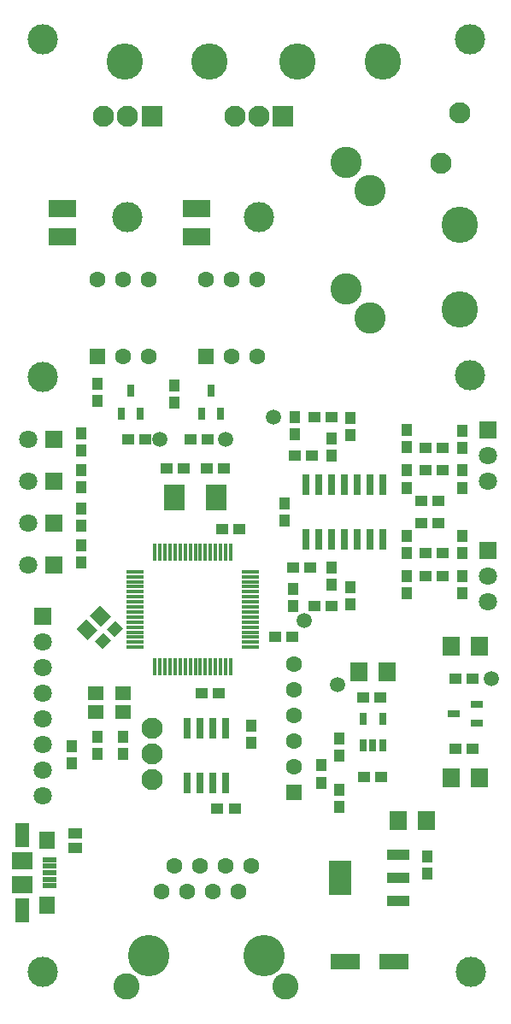
<source format=gts>
G04 DipTrace 2.4.0.2*
%INTemperatureController.GTS*%
%MOIN*%
%ADD17C,0.0591*%
%ADD59C,0.1181*%
%ADD60C,0.0433*%
%ADD65C,0.063*%
%ADD69R,0.0787X0.0984*%
%ADD71C,0.0827*%
%ADD73R,0.0669X0.0157*%
%ADD75R,0.0157X0.0669*%
%ADD77R,0.0276X0.0827*%
%ADD79R,0.0276X0.0472*%
%ADD81R,0.0453X0.0295*%
%ADD83R,0.0886X0.1319*%
%ADD85R,0.0886X0.0413*%
%ADD87C,0.063*%
%ADD89R,0.063X0.063*%
%ADD91R,0.1102X0.0669*%
%ADD93R,0.0295X0.0453*%
%ADD95R,0.0787X0.0709*%
%ADD97R,0.0551X0.0945*%
%ADD99R,0.0591X0.0669*%
%ADD101R,0.0571X0.0197*%
%ADD103R,0.0571X0.0433*%
%ADD105C,0.1024*%
%ADD107C,0.1614*%
%ADD110C,0.0709*%
%ADD111R,0.0709X0.0709*%
%ADD112C,0.1417*%
%ADD114C,0.122*%
%ADD116R,0.063X0.0551*%
%ADD118C,0.0827*%
%ADD120R,0.0827X0.0827*%
%ADD122R,0.0433X0.0472*%
%ADD124R,0.1161X0.0591*%
%ADD126R,0.0472X0.0433*%
%ADD128R,0.0669X0.0748*%
%FSLAX44Y44*%
G04*
G70*
G90*
G75*
G01*
%LNTopMask*%
%LPD*%
D128*
X22474Y12990D3*
X21372D3*
D126*
X22224Y14115D3*
X21555D3*
D124*
X19149Y5843D3*
X17258D3*
D122*
X14887Y23687D3*
Y23018D3*
D128*
X20399Y11343D3*
X19297D3*
D122*
X20449Y9937D3*
Y9268D3*
D128*
X22474Y18115D3*
X21372D3*
D126*
X22224Y16865D3*
X21555D3*
X18635Y13019D3*
X17966D3*
X17951Y16126D3*
X18620D3*
D128*
X17763Y17126D3*
X18865D3*
D126*
X12325Y16313D3*
X11656D3*
X14512Y18500D3*
X15181D3*
X10264Y25062D3*
X10933D3*
X12514D3*
X11844D3*
G36*
X8248Y18492D2*
X7941Y18798D1*
X8276Y19132D1*
X8582Y18826D1*
X8248Y18492D1*
G37*
G36*
X7774Y18019D2*
X7468Y18325D1*
X7802Y18659D1*
X8109Y18353D1*
X7774Y18019D1*
G37*
G36*
X7727Y18894D2*
X7282Y19340D1*
X7671Y19730D1*
X8117Y19284D1*
X7727Y18894D1*
G37*
G36*
X7198Y18365D2*
X6753Y18811D1*
X7142Y19201D1*
X7588Y18755D1*
X7198Y18365D1*
G37*
D122*
X16699Y25562D3*
Y26231D3*
D126*
X12449Y22687D3*
X13118D3*
D122*
X15262Y27062D3*
Y26393D3*
X16699Y21187D3*
Y20518D3*
X15199Y19687D3*
Y20356D3*
X17012Y13875D3*
Y14544D3*
X13572Y14375D3*
Y15044D3*
D120*
X14824Y38812D3*
D118*
X13883D3*
X12942D3*
D59*
X13883Y34875D3*
D120*
X9699Y38812D3*
D118*
X8758D3*
X7817D3*
D59*
X8758Y34874D3*
D116*
X7512Y15562D3*
Y16310D3*
X8574Y15562D3*
Y16310D3*
D114*
X17262Y37000D3*
X18207Y35881D3*
X17262Y32062D3*
X18207Y30944D3*
D59*
X22107Y41811D3*
X5445D3*
X22138Y5433D3*
X5445D3*
X22107Y28687D3*
X5445Y28625D3*
D112*
X18699Y40937D3*
X15392D3*
X21699Y31250D3*
Y34557D3*
X11949Y40937D3*
X8642D3*
D111*
X22824Y26562D3*
D110*
Y25562D3*
Y24562D3*
D111*
X5447Y19312D3*
D110*
Y18312D3*
Y17312D3*
Y16312D3*
Y15312D3*
Y14312D3*
Y13312D3*
Y12312D3*
D111*
X22824Y21874D3*
D110*
Y20874D3*
Y19874D3*
D111*
X5885Y26187D3*
D110*
X4885D3*
D65*
X10074Y8562D3*
X11074D3*
X12074D3*
X13074D3*
X10574Y9562D3*
X11574D3*
X12574D3*
X13574D3*
D107*
X9572Y6062D3*
X14072D3*
D105*
X8722Y4861D3*
X14923D3*
D111*
X5887Y24562D3*
D110*
X4887D3*
D111*
X5887Y22937D3*
D110*
X4887D3*
D111*
X5887Y21312D3*
D110*
X4887D3*
D103*
X6699Y10250D3*
Y10841D3*
D101*
X5699Y9812D3*
Y9556D3*
Y9300D3*
Y9044D3*
Y8788D3*
D99*
X5611Y10560D3*
Y8040D3*
D97*
X4646Y10777D3*
Y7824D3*
D95*
Y9773D3*
Y8828D3*
D93*
X11637Y27187D3*
X12385D3*
X12011Y28093D3*
X8512Y27187D3*
X9260D3*
X8886Y28093D3*
D91*
X11449Y35187D3*
Y34085D3*
D122*
X10574Y28312D3*
Y27643D3*
D118*
X21699Y38937D3*
X20990Y36969D3*
D126*
X11199Y26187D3*
X11868D3*
D91*
X6199Y35187D3*
Y34085D3*
D122*
X7574Y28375D3*
Y27705D3*
D126*
X8762Y26187D3*
X9431D3*
X16699Y27062D3*
X16030D3*
D122*
X19637Y26562D3*
Y25893D3*
X21824Y25875D3*
Y26544D3*
D126*
X20387Y25875D3*
X21056D3*
X20887Y23812D3*
X20217D3*
X20387Y25000D3*
X21056D3*
D122*
X7574Y13937D3*
Y14606D3*
D126*
X15262Y25562D3*
X15931D3*
D122*
X17449Y26374D3*
Y27044D3*
X21824Y24312D3*
Y24981D3*
X19637Y24312D3*
Y24981D3*
X8574Y13937D3*
Y14606D3*
D126*
X16699Y19687D3*
X16030D3*
D122*
X19637Y20187D3*
Y20856D3*
X21824Y20875D3*
Y20205D3*
X16324Y12812D3*
Y13481D3*
X6574Y13563D3*
Y14232D3*
D126*
X20387Y20875D3*
X21056D3*
D122*
X17012Y11875D3*
Y12544D3*
D126*
X20887Y22937D3*
X20217D3*
X20387Y21749D3*
X21056D3*
X15199Y21187D3*
X15868D3*
D122*
X17449Y20437D3*
Y19768D3*
X21824Y22437D3*
Y21768D3*
X19637Y22437D3*
Y21768D3*
D126*
X12260Y11812D3*
X12929D3*
D122*
X6949Y22062D3*
Y21393D3*
Y23500D3*
Y22830D3*
Y25000D3*
Y24330D3*
Y26437D3*
Y25768D3*
D17*
X12574Y26187D3*
D60*
D3*
D17*
X10012D3*
D60*
D3*
D17*
X22951Y16876D3*
D60*
D3*
D17*
X16951Y16626D3*
D60*
D3*
D17*
X14449Y27062D3*
D60*
D3*
D17*
X15637Y19125D3*
D60*
D3*
D89*
X11824Y29437D3*
D87*
X12824D3*
X13824D3*
Y32437D3*
X12824D3*
X11824D3*
D89*
X7574Y29437D3*
D87*
X8574D3*
X9574D3*
Y32437D3*
X8574D3*
X7574D3*
D85*
X19324Y8187D3*
Y9093D3*
Y9998D3*
D83*
X17041Y9093D3*
D81*
X22387Y15125D3*
Y15873D3*
X21481Y15499D3*
D79*
X17951Y14251D3*
X18325D3*
X18699D3*
Y15314D3*
X17951D3*
D89*
X15260Y12437D3*
D87*
Y13437D3*
Y14437D3*
Y15437D3*
Y16437D3*
Y17437D3*
D77*
X18699Y24437D3*
X18199D3*
X17699D3*
X17199D3*
X16699D3*
X16199D3*
X15699D3*
Y22311D3*
X16199D3*
X16699D3*
X17199D3*
X17699D3*
X18199D3*
X18699D3*
D75*
X9822Y17320D3*
X10019D3*
X10216D3*
X10413D3*
X10610D3*
X10806D3*
X11003D3*
X11200D3*
X11397D3*
X11594D3*
X11791D3*
X11988D3*
X12184D3*
X12381D3*
X12578D3*
X12775D3*
D73*
X13543Y18088D3*
Y18284D3*
Y18481D3*
Y18678D3*
Y18875D3*
Y19072D3*
Y19269D3*
Y19466D3*
Y19662D3*
Y19859D3*
Y20056D3*
Y20253D3*
Y20450D3*
Y20647D3*
Y20844D3*
Y21040D3*
D75*
X12775Y21808D3*
X12578D3*
X12381D3*
X12184D3*
X11988D3*
X11791D3*
X11594D3*
X11397D3*
X11200D3*
X11003D3*
X10806D3*
X10610D3*
X10413D3*
X10216D3*
X10019D3*
X9822D3*
D73*
X9054Y21040D3*
Y20844D3*
Y20647D3*
Y20450D3*
Y20253D3*
Y20056D3*
Y19859D3*
Y19662D3*
Y19466D3*
Y19269D3*
Y19072D3*
Y18875D3*
Y18678D3*
Y18481D3*
Y18284D3*
Y18088D3*
D71*
X9699Y12937D3*
Y13937D3*
Y14937D3*
D77*
X12572D3*
X12072D3*
X11572D3*
X11072D3*
Y12811D3*
X11572D3*
X12072D3*
X12572D3*
D69*
X12199Y23937D3*
X10578D3*
M02*

</source>
